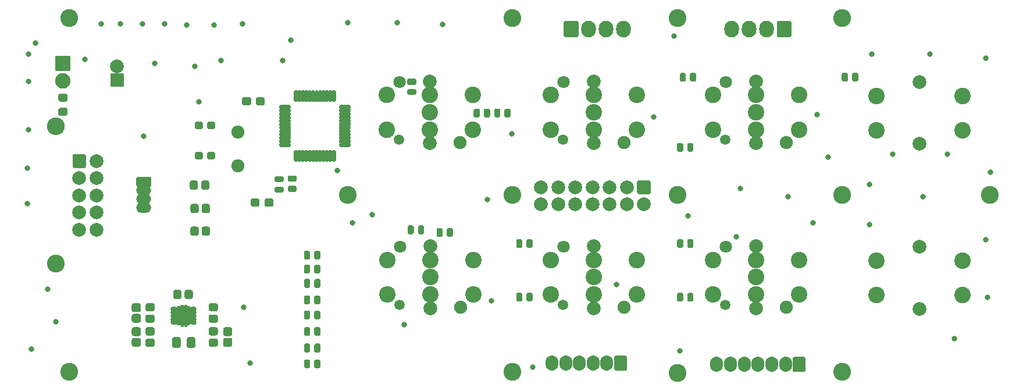
<source format=gbr>
%TF.GenerationSoftware,KiCad,Pcbnew,(5.1.10)-1*%
%TF.CreationDate,2022-09-03T16:46:32+05:30*%
%TF.ProjectId,ENC-nrf-301-02-REV05,454e432d-6e72-4662-9d33-30312d30322d,rev?*%
%TF.SameCoordinates,Original*%
%TF.FileFunction,Soldermask,Top*%
%TF.FilePolarity,Negative*%
%FSLAX46Y46*%
G04 Gerber Fmt 4.6, Leading zero omitted, Abs format (unit mm)*
G04 Created by KiCad (PCBNEW (5.1.10)-1) date 2022-09-03 16:46:32*
%MOMM*%
%LPD*%
G01*
G04 APERTURE LIST*
%ADD10C,0.100000*%
%ADD11O,0.999999X0.640000*%
%ADD12C,2.000000*%
%ADD13C,2.400000*%
%ADD14C,1.500000*%
%ADD15C,1.800000*%
%ADD16C,1.900000*%
%ADD17C,2.600000*%
%ADD18O,2.600000X2.600000*%
%ADD19O,2.200000X1.470000*%
%ADD20C,2.250000*%
%ADD21O,1.900000X2.200000*%
%ADD22O,2.127200X2.432000*%
%ADD23C,0.800000*%
G04 APERTURE END LIST*
D10*
%TO.C,IC1*%
G36*
X114664201Y-116650803D02*
G01*
X114995801Y-116650803D01*
X114995801Y-116149203D01*
X114664201Y-116149203D01*
X114664201Y-116650803D01*
G37*
X114664201Y-116650803D02*
X114995801Y-116650803D01*
X114995801Y-116149203D01*
X114664201Y-116149203D01*
X114664201Y-116650803D01*
G36*
X114495802Y-116149203D02*
G01*
X114164202Y-116149203D01*
X114164202Y-116650803D01*
X114495802Y-116650803D01*
X114495802Y-116149203D01*
G37*
X114495802Y-116149203D02*
X114164202Y-116149203D01*
X114164202Y-116650803D01*
X114495802Y-116650803D01*
X114495802Y-116149203D01*
G36*
X114495802Y-118749198D02*
G01*
X114164202Y-118749198D01*
X114164202Y-119250797D01*
X114495802Y-119250797D01*
X114495802Y-118749198D01*
G37*
X114495802Y-118749198D02*
X114164202Y-118749198D01*
X114164202Y-119250797D01*
X114495802Y-119250797D01*
X114495802Y-118749198D01*
G36*
X114664201Y-119250797D02*
G01*
X114995801Y-119250797D01*
X114995801Y-118749198D01*
X114664201Y-118749198D01*
X114664201Y-119250797D01*
G37*
X114664201Y-119250797D02*
X114995801Y-119250797D01*
X114995801Y-118749198D01*
X114664201Y-118749198D01*
X114664201Y-119250797D01*
G36*
X116280000Y-118900003D02*
G01*
X115680000Y-118900003D01*
X115680000Y-116500003D01*
X116280000Y-116500003D01*
X116280000Y-118900003D01*
G37*
X116280000Y-118900003D02*
X115680000Y-118900003D01*
X115680000Y-116500003D01*
X116280000Y-116500003D01*
X116280000Y-118900003D01*
G36*
X113480000Y-118900003D02*
G01*
X112880000Y-118900003D01*
X112880000Y-116500003D01*
X113480000Y-116500003D01*
X113480000Y-118900003D01*
G37*
X113480000Y-118900003D02*
X112880000Y-118900003D01*
X112880000Y-116500003D01*
X113480000Y-116500003D01*
X113480000Y-118900003D01*
%TD*%
%TO.C,R16*%
G36*
G01*
X117225000Y-105775000D02*
X117225000Y-105025000D01*
G75*
G02*
X117525000Y-104725000I300000J0D01*
G01*
X118125000Y-104725000D01*
G75*
G02*
X118425000Y-105025000I0J-300000D01*
G01*
X118425000Y-105775000D01*
G75*
G02*
X118125000Y-106075000I-300000J0D01*
G01*
X117525000Y-106075000D01*
G75*
G02*
X117225000Y-105775000I0J300000D01*
G01*
G37*
G36*
G01*
X115575000Y-105775000D02*
X115575000Y-105025000D01*
G75*
G02*
X115875000Y-104725000I300000J0D01*
G01*
X116475000Y-104725000D01*
G75*
G02*
X116775000Y-105025000I0J-300000D01*
G01*
X116775000Y-105775000D01*
G75*
G02*
X116475000Y-106075000I-300000J0D01*
G01*
X115875000Y-106075000D01*
G75*
G02*
X115575000Y-105775000I0J300000D01*
G01*
G37*
%TD*%
%TO.C,R15*%
G36*
G01*
X117225000Y-102475000D02*
X117225000Y-101725000D01*
G75*
G02*
X117525000Y-101425000I300000J0D01*
G01*
X118125000Y-101425000D01*
G75*
G02*
X118425000Y-101725000I0J-300000D01*
G01*
X118425000Y-102475000D01*
G75*
G02*
X118125000Y-102775000I-300000J0D01*
G01*
X117525000Y-102775000D01*
G75*
G02*
X117225000Y-102475000I0J300000D01*
G01*
G37*
G36*
G01*
X115575000Y-102475000D02*
X115575000Y-101725000D01*
G75*
G02*
X115875000Y-101425000I300000J0D01*
G01*
X116475000Y-101425000D01*
G75*
G02*
X116775000Y-101725000I0J-300000D01*
G01*
X116775000Y-102475000D01*
G75*
G02*
X116475000Y-102775000I-300000J0D01*
G01*
X115875000Y-102775000D01*
G75*
G02*
X115575000Y-102475000I0J300000D01*
G01*
G37*
%TD*%
%TO.C,R17*%
G36*
G01*
X117125000Y-99075000D02*
X117125000Y-98325000D01*
G75*
G02*
X117425000Y-98025000I300000J0D01*
G01*
X118025000Y-98025000D01*
G75*
G02*
X118325000Y-98325000I0J-300000D01*
G01*
X118325000Y-99075000D01*
G75*
G02*
X118025000Y-99375000I-300000J0D01*
G01*
X117425000Y-99375000D01*
G75*
G02*
X117125000Y-99075000I0J300000D01*
G01*
G37*
G36*
G01*
X115475000Y-99075000D02*
X115475000Y-98325000D01*
G75*
G02*
X115775000Y-98025000I300000J0D01*
G01*
X116375000Y-98025000D01*
G75*
G02*
X116675000Y-98325000I0J-300000D01*
G01*
X116675000Y-99075000D01*
G75*
G02*
X116375000Y-99375000I-300000J0D01*
G01*
X115775000Y-99375000D01*
G75*
G02*
X115475000Y-99075000I0J300000D01*
G01*
G37*
%TD*%
%TO.C,R30*%
G36*
G01*
X119275000Y-120575000D02*
X118525000Y-120575000D01*
G75*
G02*
X118225000Y-120275000I0J300000D01*
G01*
X118225000Y-119675000D01*
G75*
G02*
X118525000Y-119375000I300000J0D01*
G01*
X119275000Y-119375000D01*
G75*
G02*
X119575000Y-119675000I0J-300000D01*
G01*
X119575000Y-120275000D01*
G75*
G02*
X119275000Y-120575000I-300000J0D01*
G01*
G37*
G36*
G01*
X119275000Y-122225000D02*
X118525000Y-122225000D01*
G75*
G02*
X118225000Y-121925000I0J300000D01*
G01*
X118225000Y-121325000D01*
G75*
G02*
X118525000Y-121025000I300000J0D01*
G01*
X119275000Y-121025000D01*
G75*
G02*
X119575000Y-121325000I0J-300000D01*
G01*
X119575000Y-121925000D01*
G75*
G02*
X119275000Y-122225000I-300000J0D01*
G01*
G37*
%TD*%
%TO.C,R28*%
G36*
G01*
X109325000Y-117525000D02*
X110075000Y-117525000D01*
G75*
G02*
X110375000Y-117825000I0J-300000D01*
G01*
X110375000Y-118425000D01*
G75*
G02*
X110075000Y-118725000I-300000J0D01*
G01*
X109325000Y-118725000D01*
G75*
G02*
X109025000Y-118425000I0J300000D01*
G01*
X109025000Y-117825000D01*
G75*
G02*
X109325000Y-117525000I300000J0D01*
G01*
G37*
G36*
G01*
X109325000Y-115875000D02*
X110075000Y-115875000D01*
G75*
G02*
X110375000Y-116175000I0J-300000D01*
G01*
X110375000Y-116775000D01*
G75*
G02*
X110075000Y-117075000I-300000J0D01*
G01*
X109325000Y-117075000D01*
G75*
G02*
X109025000Y-116775000I0J300000D01*
G01*
X109025000Y-116175000D01*
G75*
G02*
X109325000Y-115875000I300000J0D01*
G01*
G37*
%TD*%
%TO.C,R29*%
G36*
G01*
X119275000Y-117075000D02*
X118525000Y-117075000D01*
G75*
G02*
X118225000Y-116775000I0J300000D01*
G01*
X118225000Y-116175000D01*
G75*
G02*
X118525000Y-115875000I300000J0D01*
G01*
X119275000Y-115875000D01*
G75*
G02*
X119575000Y-116175000I0J-300000D01*
G01*
X119575000Y-116775000D01*
G75*
G02*
X119275000Y-117075000I-300000J0D01*
G01*
G37*
G36*
G01*
X119275000Y-118725000D02*
X118525000Y-118725000D01*
G75*
G02*
X118225000Y-118425000I0J300000D01*
G01*
X118225000Y-117825000D01*
G75*
G02*
X118525000Y-117525000I300000J0D01*
G01*
X119275000Y-117525000D01*
G75*
G02*
X119575000Y-117825000I0J-300000D01*
G01*
X119575000Y-118425000D01*
G75*
G02*
X119275000Y-118725000I-300000J0D01*
G01*
G37*
%TD*%
%TO.C,R27*%
G36*
G01*
X110075000Y-120575000D02*
X109325000Y-120575000D01*
G75*
G02*
X109025000Y-120275000I0J300000D01*
G01*
X109025000Y-119675000D01*
G75*
G02*
X109325000Y-119375000I300000J0D01*
G01*
X110075000Y-119375000D01*
G75*
G02*
X110375000Y-119675000I0J-300000D01*
G01*
X110375000Y-120275000D01*
G75*
G02*
X110075000Y-120575000I-300000J0D01*
G01*
G37*
G36*
G01*
X110075000Y-122225000D02*
X109325000Y-122225000D01*
G75*
G02*
X109025000Y-121925000I0J300000D01*
G01*
X109025000Y-121325000D01*
G75*
G02*
X109325000Y-121025000I300000J0D01*
G01*
X110075000Y-121025000D01*
G75*
G02*
X110375000Y-121325000I0J-300000D01*
G01*
X110375000Y-121925000D01*
G75*
G02*
X110075000Y-122225000I-300000J0D01*
G01*
G37*
%TD*%
%TO.C,C5*%
G36*
G01*
X121350000Y-120675000D02*
X120650000Y-120675000D01*
G75*
G02*
X120325000Y-120350000I0J325000D01*
G01*
X120325000Y-119700000D01*
G75*
G02*
X120650000Y-119375000I325000J0D01*
G01*
X121350000Y-119375000D01*
G75*
G02*
X121675000Y-119700000I0J-325000D01*
G01*
X121675000Y-120350000D01*
G75*
G02*
X121350000Y-120675000I-325000J0D01*
G01*
G37*
G36*
G01*
X121350000Y-122225000D02*
X120650000Y-122225000D01*
G75*
G02*
X120325000Y-121900000I0J325000D01*
G01*
X120325000Y-121250000D01*
G75*
G02*
X120650000Y-120925000I325000J0D01*
G01*
X121350000Y-120925000D01*
G75*
G02*
X121675000Y-121250000I0J-325000D01*
G01*
X121675000Y-121900000D01*
G75*
G02*
X121350000Y-122225000I-325000J0D01*
G01*
G37*
%TD*%
%TO.C,R26*%
G36*
G01*
X114725000Y-114975000D02*
X114725000Y-114225000D01*
G75*
G02*
X115025000Y-113925000I300000J0D01*
G01*
X115625000Y-113925000D01*
G75*
G02*
X115925000Y-114225000I0J-300000D01*
G01*
X115925000Y-114975000D01*
G75*
G02*
X115625000Y-115275000I-300000J0D01*
G01*
X115025000Y-115275000D01*
G75*
G02*
X114725000Y-114975000I0J300000D01*
G01*
G37*
G36*
G01*
X113075000Y-114975000D02*
X113075000Y-114225000D01*
G75*
G02*
X113375000Y-113925000I300000J0D01*
G01*
X113975000Y-113925000D01*
G75*
G02*
X114275000Y-114225000I0J-300000D01*
G01*
X114275000Y-114975000D01*
G75*
G02*
X113975000Y-115275000I-300000J0D01*
G01*
X113375000Y-115275000D01*
G75*
G02*
X113075000Y-114975000I0J300000D01*
G01*
G37*
%TD*%
%TO.C,C4*%
G36*
G01*
X107350000Y-117425000D02*
X108050000Y-117425000D01*
G75*
G02*
X108375000Y-117750000I0J-325000D01*
G01*
X108375000Y-118400000D01*
G75*
G02*
X108050000Y-118725000I-325000J0D01*
G01*
X107350000Y-118725000D01*
G75*
G02*
X107025000Y-118400000I0J325000D01*
G01*
X107025000Y-117750000D01*
G75*
G02*
X107350000Y-117425000I325000J0D01*
G01*
G37*
G36*
G01*
X107350000Y-115875000D02*
X108050000Y-115875000D01*
G75*
G02*
X108375000Y-116200000I0J-325000D01*
G01*
X108375000Y-116850000D01*
G75*
G02*
X108050000Y-117175000I-325000J0D01*
G01*
X107350000Y-117175000D01*
G75*
G02*
X107025000Y-116850000I0J325000D01*
G01*
X107025000Y-116200000D01*
G75*
G02*
X107350000Y-115875000I325000J0D01*
G01*
G37*
%TD*%
%TO.C,C3*%
G36*
G01*
X108050000Y-120675000D02*
X107350000Y-120675000D01*
G75*
G02*
X107025000Y-120350000I0J325000D01*
G01*
X107025000Y-119700000D01*
G75*
G02*
X107350000Y-119375000I325000J0D01*
G01*
X108050000Y-119375000D01*
G75*
G02*
X108375000Y-119700000I0J-325000D01*
G01*
X108375000Y-120350000D01*
G75*
G02*
X108050000Y-120675000I-325000J0D01*
G01*
G37*
G36*
G01*
X108050000Y-122225000D02*
X107350000Y-122225000D01*
G75*
G02*
X107025000Y-121900000I0J325000D01*
G01*
X107025000Y-121250000D01*
G75*
G02*
X107350000Y-120925000I325000J0D01*
G01*
X108050000Y-120925000D01*
G75*
G02*
X108375000Y-121250000I0J-325000D01*
G01*
X108375000Y-121900000D01*
G75*
G02*
X108050000Y-122225000I-325000J0D01*
G01*
G37*
%TD*%
D11*
%TO.C,IC1*%
X113180000Y-116700002D03*
X113180000Y-117200001D03*
X113180000Y-117700003D03*
X113180000Y-118200002D03*
X113180000Y-118700001D03*
X115980000Y-118700001D03*
X115980000Y-118200002D03*
X115980000Y-117700003D03*
X115980000Y-117200001D03*
X115980000Y-116700002D03*
G36*
G01*
X113555004Y-118900003D02*
X113555004Y-116500003D01*
G75*
G02*
X113755004Y-116300003I200000J0D01*
G01*
X115405002Y-116300003D01*
G75*
G02*
X115605002Y-116500003I0J-200000D01*
G01*
X115605002Y-118900003D01*
G75*
G02*
X115405002Y-119100003I-200000J0D01*
G01*
X113755004Y-119100003D01*
G75*
G02*
X113555004Y-118900003I0J200000D01*
G01*
G37*
%TD*%
D12*
%TO.C,SW12*%
X150500000Y-116600000D03*
D13*
X144250000Y-109600000D03*
D12*
X150500000Y-107600000D03*
D13*
X156750000Y-114600000D03*
X144250000Y-114600000D03*
X156750000Y-109600000D03*
%TD*%
D12*
%TO.C,SW9*%
X150400000Y-92600000D03*
D13*
X144150000Y-85600000D03*
D12*
X150400000Y-83600000D03*
D13*
X156650000Y-90600000D03*
X144150000Y-90600000D03*
X156650000Y-85600000D03*
%TD*%
D12*
%TO.C,SW8*%
X174300000Y-116600000D03*
D13*
X168050000Y-109600000D03*
D12*
X174300000Y-107600000D03*
D13*
X180550000Y-114600000D03*
X168050000Y-114600000D03*
X180550000Y-109600000D03*
%TD*%
D12*
%TO.C,SW21*%
X174300000Y-92600000D03*
D13*
X180550000Y-85600000D03*
D12*
X174300000Y-83600000D03*
D13*
X168050000Y-90600000D03*
X180550000Y-90600000D03*
X168050000Y-85600000D03*
%TD*%
D12*
%TO.C,SW1*%
X197900000Y-92600000D03*
D13*
X191650000Y-85600000D03*
D12*
X197900000Y-83600000D03*
D13*
X204150000Y-90600000D03*
X191650000Y-90600000D03*
X204150000Y-85600000D03*
%TD*%
D12*
%TO.C,SW4*%
X197900000Y-116600000D03*
D13*
X191650000Y-109600000D03*
D12*
X197900000Y-107600000D03*
D13*
X204150000Y-114600000D03*
X191650000Y-114600000D03*
X204150000Y-109600000D03*
%TD*%
D12*
%TO.C,SW22*%
X221700000Y-116700000D03*
D13*
X227950000Y-109700000D03*
D12*
X221700000Y-107700000D03*
D13*
X215450000Y-114700000D03*
X227950000Y-114700000D03*
X215450000Y-109700000D03*
%TD*%
D12*
%TO.C,SW6*%
X221700000Y-92700000D03*
D13*
X215450000Y-85700000D03*
D12*
X221700000Y-83700000D03*
D13*
X227950000Y-90700000D03*
X215450000Y-90700000D03*
X227950000Y-85700000D03*
%TD*%
D14*
%TO.C,SW10*%
X145900000Y-92100000D03*
D15*
X146000000Y-83700000D03*
D16*
X154800000Y-92500000D03*
D13*
X150400000Y-85600000D03*
X150400000Y-90600000D03*
X150400000Y-88100000D03*
%TD*%
D14*
%TO.C,SW11*%
X146000000Y-116100000D03*
D15*
X146100000Y-107700000D03*
D16*
X154900000Y-116500000D03*
D13*
X150500000Y-109600000D03*
X150500000Y-114600000D03*
X150500000Y-112100000D03*
%TD*%
D14*
%TO.C,SW5*%
X169800000Y-92100000D03*
D15*
X169900000Y-83700000D03*
D16*
X178700000Y-92500000D03*
D13*
X174300000Y-85600000D03*
X174300000Y-90600000D03*
X174300000Y-88100000D03*
%TD*%
D14*
%TO.C,SW7*%
X169800000Y-116100000D03*
D15*
X169900000Y-107700000D03*
D16*
X178700000Y-116500000D03*
D13*
X174300000Y-109600000D03*
X174300000Y-114600000D03*
X174300000Y-112100000D03*
%TD*%
D14*
%TO.C,SW2*%
X193400000Y-92100000D03*
D15*
X193500000Y-83700000D03*
D16*
X202300000Y-92500000D03*
D13*
X197900000Y-85600000D03*
X197900000Y-90600000D03*
X197900000Y-88100000D03*
%TD*%
D14*
%TO.C,SW3*%
X193400000Y-116100000D03*
D15*
X193500000Y-107700000D03*
D16*
X202300000Y-116500000D03*
D13*
X197900000Y-109600000D03*
X197900000Y-114600000D03*
X197900000Y-112100000D03*
%TD*%
D17*
%TO.C,SW_e1*%
X96000000Y-110100000D03*
D18*
X96000000Y-90100000D03*
%TD*%
%TO.C,D14*%
G36*
G01*
X107900000Y-97465000D02*
X109700000Y-97465000D01*
G75*
G02*
X109900000Y-97665000I0J-200000D01*
G01*
X109900000Y-98735000D01*
G75*
G02*
X109700000Y-98935000I-200000J0D01*
G01*
X107900000Y-98935000D01*
G75*
G02*
X107700000Y-98735000I0J200000D01*
G01*
X107700000Y-97665000D01*
G75*
G02*
X107900000Y-97465000I200000J0D01*
G01*
G37*
D19*
X108800000Y-99470000D03*
X108800000Y-100740000D03*
X108800000Y-102010000D03*
%TD*%
D17*
%TO.C,*%
X138450000Y-100150000D03*
%TD*%
%TO.C,R7*%
G36*
G01*
X147350000Y-83200000D02*
X148250000Y-83200000D01*
G75*
G02*
X148450000Y-83400000I0J-200000D01*
G01*
X148450000Y-83900000D01*
G75*
G02*
X148250000Y-84100000I-200000J0D01*
G01*
X147350000Y-84100000D01*
G75*
G02*
X147150000Y-83900000I0J200000D01*
G01*
X147150000Y-83400000D01*
G75*
G02*
X147350000Y-83200000I200000J0D01*
G01*
G37*
G36*
G01*
X147350000Y-84700000D02*
X148250000Y-84700000D01*
G75*
G02*
X148450000Y-84900000I0J-200000D01*
G01*
X148450000Y-85400000D01*
G75*
G02*
X148250000Y-85600000I-200000J0D01*
G01*
X147350000Y-85600000D01*
G75*
G02*
X147150000Y-85400000I0J200000D01*
G01*
X147150000Y-84900000D01*
G75*
G02*
X147350000Y-84700000I200000J0D01*
G01*
G37*
%TD*%
%TO.C,J1*%
G36*
G01*
X98600000Y-94200000D02*
X100200000Y-94200000D01*
G75*
G02*
X100400000Y-94400000I0J-200000D01*
G01*
X100400000Y-96000000D01*
G75*
G02*
X100200000Y-96200000I-200000J0D01*
G01*
X98600000Y-96200000D01*
G75*
G02*
X98400000Y-96000000I0J200000D01*
G01*
X98400000Y-94400000D01*
G75*
G02*
X98600000Y-94200000I200000J0D01*
G01*
G37*
D12*
X99400000Y-97700000D03*
X99400000Y-100200000D03*
X99400000Y-102700000D03*
X99400000Y-105200000D03*
X101900000Y-95200000D03*
X101900000Y-97700000D03*
X101900000Y-100200000D03*
X101900000Y-102700000D03*
X101900000Y-105200000D03*
%TD*%
%TO.C,C6*%
G36*
G01*
X125650000Y-100850000D02*
X125650000Y-101650000D01*
G75*
G02*
X125450000Y-101850000I-200000J0D01*
G01*
X124550000Y-101850000D01*
G75*
G02*
X124350000Y-101650000I0J200000D01*
G01*
X124350000Y-100850000D01*
G75*
G02*
X124550000Y-100650000I200000J0D01*
G01*
X125450000Y-100650000D01*
G75*
G02*
X125650000Y-100850000I0J-200000D01*
G01*
G37*
G36*
G01*
X127650000Y-100850000D02*
X127650000Y-101650000D01*
G75*
G02*
X127450000Y-101850000I-200000J0D01*
G01*
X126550000Y-101850000D01*
G75*
G02*
X126350000Y-101650000I0J200000D01*
G01*
X126350000Y-100850000D01*
G75*
G02*
X126550000Y-100650000I200000J0D01*
G01*
X127450000Y-100650000D01*
G75*
G02*
X127650000Y-100850000I0J-200000D01*
G01*
G37*
%TD*%
%TO.C,C7*%
G36*
G01*
X124400000Y-86100000D02*
X124400000Y-86900000D01*
G75*
G02*
X124200000Y-87100000I-200000J0D01*
G01*
X123300000Y-87100000D01*
G75*
G02*
X123100000Y-86900000I0J200000D01*
G01*
X123100000Y-86100000D01*
G75*
G02*
X123300000Y-85900000I200000J0D01*
G01*
X124200000Y-85900000D01*
G75*
G02*
X124400000Y-86100000I0J-200000D01*
G01*
G37*
G36*
G01*
X126400000Y-86100000D02*
X126400000Y-86900000D01*
G75*
G02*
X126200000Y-87100000I-200000J0D01*
G01*
X125300000Y-87100000D01*
G75*
G02*
X125100000Y-86900000I0J200000D01*
G01*
X125100000Y-86100000D01*
G75*
G02*
X125300000Y-85900000I200000J0D01*
G01*
X126200000Y-85900000D01*
G75*
G02*
X126400000Y-86100000I0J-200000D01*
G01*
G37*
%TD*%
D16*
%TO.C,Y1*%
X122500000Y-91000000D03*
X122500000Y-95880000D03*
%TD*%
D17*
%TO.C,*%
X97950000Y-74400000D03*
%TD*%
%TO.C,*%
X97950000Y-125900000D03*
%TD*%
%TO.C,*%
X162450000Y-74400000D03*
%TD*%
%TO.C,*%
X186450000Y-74400000D03*
%TD*%
%TO.C,*%
X210450000Y-74400000D03*
%TD*%
%TO.C,*%
X162450000Y-125900000D03*
%TD*%
%TO.C,*%
X186450000Y-126000000D03*
%TD*%
%TO.C,*%
X210450000Y-125900000D03*
%TD*%
%TO.C,*%
X231950000Y-100150000D03*
%TD*%
%TO.C,*%
X210450000Y-100150000D03*
%TD*%
%TO.C,*%
X186450000Y-100150000D03*
%TD*%
%TO.C,J2*%
G36*
G01*
X182600000Y-98200000D02*
X182600000Y-99800000D01*
G75*
G02*
X182400000Y-100000000I-200000J0D01*
G01*
X180800000Y-100000000D01*
G75*
G02*
X180600000Y-99800000I0J200000D01*
G01*
X180600000Y-98200000D01*
G75*
G02*
X180800000Y-98000000I200000J0D01*
G01*
X182400000Y-98000000D01*
G75*
G02*
X182600000Y-98200000I0J-200000D01*
G01*
G37*
D12*
X179100000Y-99000000D03*
X176600000Y-99000000D03*
X174100000Y-99000000D03*
X171600000Y-99000000D03*
X169100000Y-99000000D03*
X166600000Y-99000000D03*
X181600000Y-101500000D03*
X179100000Y-101500000D03*
X176600000Y-101500000D03*
X174100000Y-101500000D03*
X171600000Y-101500000D03*
X169100000Y-101500000D03*
X166600000Y-101500000D03*
%TD*%
%TO.C,R8*%
G36*
G01*
X165400000Y-106750000D02*
X165400000Y-107650000D01*
G75*
G02*
X165200000Y-107850000I-200000J0D01*
G01*
X164700000Y-107850000D01*
G75*
G02*
X164500000Y-107650000I0J200000D01*
G01*
X164500000Y-106750000D01*
G75*
G02*
X164700000Y-106550000I200000J0D01*
G01*
X165200000Y-106550000D01*
G75*
G02*
X165400000Y-106750000I0J-200000D01*
G01*
G37*
G36*
G01*
X163900000Y-106750000D02*
X163900000Y-107650000D01*
G75*
G02*
X163700000Y-107850000I-200000J0D01*
G01*
X163200000Y-107850000D01*
G75*
G02*
X163000000Y-107650000I0J200000D01*
G01*
X163000000Y-106750000D01*
G75*
G02*
X163200000Y-106550000I200000J0D01*
G01*
X163700000Y-106550000D01*
G75*
G02*
X163900000Y-106750000I0J-200000D01*
G01*
G37*
%TD*%
%TO.C,R9*%
G36*
G01*
X159200000Y-87750000D02*
X159200000Y-88650000D01*
G75*
G02*
X159000000Y-88850000I-200000J0D01*
G01*
X158500000Y-88850000D01*
G75*
G02*
X158300000Y-88650000I0J200000D01*
G01*
X158300000Y-87750000D01*
G75*
G02*
X158500000Y-87550000I200000J0D01*
G01*
X159000000Y-87550000D01*
G75*
G02*
X159200000Y-87750000I0J-200000D01*
G01*
G37*
G36*
G01*
X157700000Y-87750000D02*
X157700000Y-88650000D01*
G75*
G02*
X157500000Y-88850000I-200000J0D01*
G01*
X157000000Y-88850000D01*
G75*
G02*
X156800000Y-88650000I0J200000D01*
G01*
X156800000Y-87750000D01*
G75*
G02*
X157000000Y-87550000I200000J0D01*
G01*
X157500000Y-87550000D01*
G75*
G02*
X157700000Y-87750000I0J-200000D01*
G01*
G37*
%TD*%
%TO.C,R10*%
G36*
G01*
X149600000Y-104750000D02*
X149600000Y-105650000D01*
G75*
G02*
X149400000Y-105850000I-200000J0D01*
G01*
X148900000Y-105850000D01*
G75*
G02*
X148700000Y-105650000I0J200000D01*
G01*
X148700000Y-104750000D01*
G75*
G02*
X148900000Y-104550000I200000J0D01*
G01*
X149400000Y-104550000D01*
G75*
G02*
X149600000Y-104750000I0J-200000D01*
G01*
G37*
G36*
G01*
X148100000Y-104750000D02*
X148100000Y-105650000D01*
G75*
G02*
X147900000Y-105850000I-200000J0D01*
G01*
X147400000Y-105850000D01*
G75*
G02*
X147200000Y-105650000I0J200000D01*
G01*
X147200000Y-104750000D01*
G75*
G02*
X147400000Y-104550000I200000J0D01*
G01*
X147900000Y-104550000D01*
G75*
G02*
X148100000Y-104750000I0J-200000D01*
G01*
G37*
%TD*%
%TO.C,R11*%
G36*
G01*
X188800000Y-92750000D02*
X188800000Y-93650000D01*
G75*
G02*
X188600000Y-93850000I-200000J0D01*
G01*
X188100000Y-93850000D01*
G75*
G02*
X187900000Y-93650000I0J200000D01*
G01*
X187900000Y-92750000D01*
G75*
G02*
X188100000Y-92550000I200000J0D01*
G01*
X188600000Y-92550000D01*
G75*
G02*
X188800000Y-92750000I0J-200000D01*
G01*
G37*
G36*
G01*
X187300000Y-92750000D02*
X187300000Y-93650000D01*
G75*
G02*
X187100000Y-93850000I-200000J0D01*
G01*
X186600000Y-93850000D01*
G75*
G02*
X186400000Y-93650000I0J200000D01*
G01*
X186400000Y-92750000D01*
G75*
G02*
X186600000Y-92550000I200000J0D01*
G01*
X187100000Y-92550000D01*
G75*
G02*
X187300000Y-92750000I0J-200000D01*
G01*
G37*
%TD*%
%TO.C,R12*%
G36*
G01*
X188800000Y-114550000D02*
X188800000Y-115450000D01*
G75*
G02*
X188600000Y-115650000I-200000J0D01*
G01*
X188100000Y-115650000D01*
G75*
G02*
X187900000Y-115450000I0J200000D01*
G01*
X187900000Y-114550000D01*
G75*
G02*
X188100000Y-114350000I200000J0D01*
G01*
X188600000Y-114350000D01*
G75*
G02*
X188800000Y-114550000I0J-200000D01*
G01*
G37*
G36*
G01*
X187300000Y-114550000D02*
X187300000Y-115450000D01*
G75*
G02*
X187100000Y-115650000I-200000J0D01*
G01*
X186600000Y-115650000D01*
G75*
G02*
X186400000Y-115450000I0J200000D01*
G01*
X186400000Y-114550000D01*
G75*
G02*
X186600000Y-114350000I200000J0D01*
G01*
X187100000Y-114350000D01*
G75*
G02*
X187300000Y-114550000I0J-200000D01*
G01*
G37*
%TD*%
%TO.C,R13*%
G36*
G01*
X188800000Y-106750000D02*
X188800000Y-107650000D01*
G75*
G02*
X188600000Y-107850000I-200000J0D01*
G01*
X188100000Y-107850000D01*
G75*
G02*
X187900000Y-107650000I0J200000D01*
G01*
X187900000Y-106750000D01*
G75*
G02*
X188100000Y-106550000I200000J0D01*
G01*
X188600000Y-106550000D01*
G75*
G02*
X188800000Y-106750000I0J-200000D01*
G01*
G37*
G36*
G01*
X187300000Y-106750000D02*
X187300000Y-107650000D01*
G75*
G02*
X187100000Y-107850000I-200000J0D01*
G01*
X186600000Y-107850000D01*
G75*
G02*
X186400000Y-107650000I0J200000D01*
G01*
X186400000Y-106750000D01*
G75*
G02*
X186600000Y-106550000I200000J0D01*
G01*
X187100000Y-106550000D01*
G75*
G02*
X187300000Y-106750000I0J-200000D01*
G01*
G37*
%TD*%
%TO.C,R14*%
G36*
G01*
X151400000Y-106050000D02*
X151400000Y-105150000D01*
G75*
G02*
X151600000Y-104950000I200000J0D01*
G01*
X152100000Y-104950000D01*
G75*
G02*
X152300000Y-105150000I0J-200000D01*
G01*
X152300000Y-106050000D01*
G75*
G02*
X152100000Y-106250000I-200000J0D01*
G01*
X151600000Y-106250000D01*
G75*
G02*
X151400000Y-106050000I0J200000D01*
G01*
G37*
G36*
G01*
X152900000Y-106050000D02*
X152900000Y-105150000D01*
G75*
G02*
X153100000Y-104950000I200000J0D01*
G01*
X153600000Y-104950000D01*
G75*
G02*
X153800000Y-105150000I0J-200000D01*
G01*
X153800000Y-106050000D01*
G75*
G02*
X153600000Y-106250000I-200000J0D01*
G01*
X153100000Y-106250000D01*
G75*
G02*
X152900000Y-106050000I0J200000D01*
G01*
G37*
%TD*%
%TO.C,R18*%
G36*
G01*
X132100000Y-111350000D02*
X132100000Y-110450000D01*
G75*
G02*
X132300000Y-110250000I200000J0D01*
G01*
X132800000Y-110250000D01*
G75*
G02*
X133000000Y-110450000I0J-200000D01*
G01*
X133000000Y-111350000D01*
G75*
G02*
X132800000Y-111550000I-200000J0D01*
G01*
X132300000Y-111550000D01*
G75*
G02*
X132100000Y-111350000I0J200000D01*
G01*
G37*
G36*
G01*
X133600000Y-111350000D02*
X133600000Y-110450000D01*
G75*
G02*
X133800000Y-110250000I200000J0D01*
G01*
X134300000Y-110250000D01*
G75*
G02*
X134500000Y-110450000I0J-200000D01*
G01*
X134500000Y-111350000D01*
G75*
G02*
X134300000Y-111550000I-200000J0D01*
G01*
X133800000Y-111550000D01*
G75*
G02*
X133600000Y-111350000I0J200000D01*
G01*
G37*
%TD*%
%TO.C,R19*%
G36*
G01*
X132100000Y-109350000D02*
X132100000Y-108450000D01*
G75*
G02*
X132300000Y-108250000I200000J0D01*
G01*
X132800000Y-108250000D01*
G75*
G02*
X133000000Y-108450000I0J-200000D01*
G01*
X133000000Y-109350000D01*
G75*
G02*
X132800000Y-109550000I-200000J0D01*
G01*
X132300000Y-109550000D01*
G75*
G02*
X132100000Y-109350000I0J200000D01*
G01*
G37*
G36*
G01*
X133600000Y-109350000D02*
X133600000Y-108450000D01*
G75*
G02*
X133800000Y-108250000I200000J0D01*
G01*
X134300000Y-108250000D01*
G75*
G02*
X134500000Y-108450000I0J-200000D01*
G01*
X134500000Y-109350000D01*
G75*
G02*
X134300000Y-109550000I-200000J0D01*
G01*
X133800000Y-109550000D01*
G75*
G02*
X133600000Y-109350000I0J200000D01*
G01*
G37*
%TD*%
%TO.C,R20*%
G36*
G01*
X132100000Y-120450000D02*
X132100000Y-119550000D01*
G75*
G02*
X132300000Y-119350000I200000J0D01*
G01*
X132800000Y-119350000D01*
G75*
G02*
X133000000Y-119550000I0J-200000D01*
G01*
X133000000Y-120450000D01*
G75*
G02*
X132800000Y-120650000I-200000J0D01*
G01*
X132300000Y-120650000D01*
G75*
G02*
X132100000Y-120450000I0J200000D01*
G01*
G37*
G36*
G01*
X133600000Y-120450000D02*
X133600000Y-119550000D01*
G75*
G02*
X133800000Y-119350000I200000J0D01*
G01*
X134300000Y-119350000D01*
G75*
G02*
X134500000Y-119550000I0J-200000D01*
G01*
X134500000Y-120450000D01*
G75*
G02*
X134300000Y-120650000I-200000J0D01*
G01*
X133800000Y-120650000D01*
G75*
G02*
X133600000Y-120450000I0J200000D01*
G01*
G37*
%TD*%
%TO.C,R21*%
G36*
G01*
X132100000Y-125150000D02*
X132100000Y-124250000D01*
G75*
G02*
X132300000Y-124050000I200000J0D01*
G01*
X132800000Y-124050000D01*
G75*
G02*
X133000000Y-124250000I0J-200000D01*
G01*
X133000000Y-125150000D01*
G75*
G02*
X132800000Y-125350000I-200000J0D01*
G01*
X132300000Y-125350000D01*
G75*
G02*
X132100000Y-125150000I0J200000D01*
G01*
G37*
G36*
G01*
X133600000Y-125150000D02*
X133600000Y-124250000D01*
G75*
G02*
X133800000Y-124050000I200000J0D01*
G01*
X134300000Y-124050000D01*
G75*
G02*
X134500000Y-124250000I0J-200000D01*
G01*
X134500000Y-125150000D01*
G75*
G02*
X134300000Y-125350000I-200000J0D01*
G01*
X133800000Y-125350000D01*
G75*
G02*
X133600000Y-125150000I0J200000D01*
G01*
G37*
%TD*%
%TO.C,R22*%
G36*
G01*
X132100000Y-122850000D02*
X132100000Y-121950000D01*
G75*
G02*
X132300000Y-121750000I200000J0D01*
G01*
X132800000Y-121750000D01*
G75*
G02*
X133000000Y-121950000I0J-200000D01*
G01*
X133000000Y-122850000D01*
G75*
G02*
X132800000Y-123050000I-200000J0D01*
G01*
X132300000Y-123050000D01*
G75*
G02*
X132100000Y-122850000I0J200000D01*
G01*
G37*
G36*
G01*
X133600000Y-122850000D02*
X133600000Y-121950000D01*
G75*
G02*
X133800000Y-121750000I200000J0D01*
G01*
X134300000Y-121750000D01*
G75*
G02*
X134500000Y-121950000I0J-200000D01*
G01*
X134500000Y-122850000D01*
G75*
G02*
X134300000Y-123050000I-200000J0D01*
G01*
X133800000Y-123050000D01*
G75*
G02*
X133600000Y-122850000I0J200000D01*
G01*
G37*
%TD*%
%TO.C,R23*%
G36*
G01*
X132100000Y-113450000D02*
X132100000Y-112550000D01*
G75*
G02*
X132300000Y-112350000I200000J0D01*
G01*
X132800000Y-112350000D01*
G75*
G02*
X133000000Y-112550000I0J-200000D01*
G01*
X133000000Y-113450000D01*
G75*
G02*
X132800000Y-113650000I-200000J0D01*
G01*
X132300000Y-113650000D01*
G75*
G02*
X132100000Y-113450000I0J200000D01*
G01*
G37*
G36*
G01*
X133600000Y-113450000D02*
X133600000Y-112550000D01*
G75*
G02*
X133800000Y-112350000I200000J0D01*
G01*
X134300000Y-112350000D01*
G75*
G02*
X134500000Y-112550000I0J-200000D01*
G01*
X134500000Y-113450000D01*
G75*
G02*
X134300000Y-113650000I-200000J0D01*
G01*
X133800000Y-113650000D01*
G75*
G02*
X133600000Y-113450000I0J200000D01*
G01*
G37*
%TD*%
%TO.C,R24*%
G36*
G01*
X132100000Y-115850000D02*
X132100000Y-114950000D01*
G75*
G02*
X132300000Y-114750000I200000J0D01*
G01*
X132800000Y-114750000D01*
G75*
G02*
X133000000Y-114950000I0J-200000D01*
G01*
X133000000Y-115850000D01*
G75*
G02*
X132800000Y-116050000I-200000J0D01*
G01*
X132300000Y-116050000D01*
G75*
G02*
X132100000Y-115850000I0J200000D01*
G01*
G37*
G36*
G01*
X133600000Y-115850000D02*
X133600000Y-114950000D01*
G75*
G02*
X133800000Y-114750000I200000J0D01*
G01*
X134300000Y-114750000D01*
G75*
G02*
X134500000Y-114950000I0J-200000D01*
G01*
X134500000Y-115850000D01*
G75*
G02*
X134300000Y-116050000I-200000J0D01*
G01*
X133800000Y-116050000D01*
G75*
G02*
X133600000Y-115850000I0J200000D01*
G01*
G37*
%TD*%
%TO.C,R25*%
G36*
G01*
X132100000Y-118050000D02*
X132100000Y-117150000D01*
G75*
G02*
X132300000Y-116950000I200000J0D01*
G01*
X132800000Y-116950000D01*
G75*
G02*
X133000000Y-117150000I0J-200000D01*
G01*
X133000000Y-118050000D01*
G75*
G02*
X132800000Y-118250000I-200000J0D01*
G01*
X132300000Y-118250000D01*
G75*
G02*
X132100000Y-118050000I0J200000D01*
G01*
G37*
G36*
G01*
X133600000Y-118050000D02*
X133600000Y-117150000D01*
G75*
G02*
X133800000Y-116950000I200000J0D01*
G01*
X134300000Y-116950000D01*
G75*
G02*
X134500000Y-117150000I0J-200000D01*
G01*
X134500000Y-118050000D01*
G75*
G02*
X134300000Y-118250000I-200000J0D01*
G01*
X133800000Y-118250000D01*
G75*
G02*
X133600000Y-118050000I0J200000D01*
G01*
G37*
%TD*%
%TO.C,U2*%
G36*
G01*
X128500000Y-87475000D02*
X128500000Y-87225000D01*
G75*
G02*
X128700000Y-87025000I200000J0D01*
G01*
X130000000Y-87025000D01*
G75*
G02*
X130200000Y-87225000I0J-200000D01*
G01*
X130200000Y-87475000D01*
G75*
G02*
X130000000Y-87675000I-200000J0D01*
G01*
X128700000Y-87675000D01*
G75*
G02*
X128500000Y-87475000I0J200000D01*
G01*
G37*
G36*
G01*
X128500000Y-87975000D02*
X128500000Y-87725000D01*
G75*
G02*
X128700000Y-87525000I200000J0D01*
G01*
X130000000Y-87525000D01*
G75*
G02*
X130200000Y-87725000I0J-200000D01*
G01*
X130200000Y-87975000D01*
G75*
G02*
X130000000Y-88175000I-200000J0D01*
G01*
X128700000Y-88175000D01*
G75*
G02*
X128500000Y-87975000I0J200000D01*
G01*
G37*
G36*
G01*
X128500000Y-88475000D02*
X128500000Y-88225000D01*
G75*
G02*
X128700000Y-88025000I200000J0D01*
G01*
X130000000Y-88025000D01*
G75*
G02*
X130200000Y-88225000I0J-200000D01*
G01*
X130200000Y-88475000D01*
G75*
G02*
X130000000Y-88675000I-200000J0D01*
G01*
X128700000Y-88675000D01*
G75*
G02*
X128500000Y-88475000I0J200000D01*
G01*
G37*
G36*
G01*
X128500000Y-88975000D02*
X128500000Y-88725000D01*
G75*
G02*
X128700000Y-88525000I200000J0D01*
G01*
X130000000Y-88525000D01*
G75*
G02*
X130200000Y-88725000I0J-200000D01*
G01*
X130200000Y-88975000D01*
G75*
G02*
X130000000Y-89175000I-200000J0D01*
G01*
X128700000Y-89175000D01*
G75*
G02*
X128500000Y-88975000I0J200000D01*
G01*
G37*
G36*
G01*
X128500000Y-89475000D02*
X128500000Y-89225000D01*
G75*
G02*
X128700000Y-89025000I200000J0D01*
G01*
X130000000Y-89025000D01*
G75*
G02*
X130200000Y-89225000I0J-200000D01*
G01*
X130200000Y-89475000D01*
G75*
G02*
X130000000Y-89675000I-200000J0D01*
G01*
X128700000Y-89675000D01*
G75*
G02*
X128500000Y-89475000I0J200000D01*
G01*
G37*
G36*
G01*
X128500000Y-89975000D02*
X128500000Y-89725000D01*
G75*
G02*
X128700000Y-89525000I200000J0D01*
G01*
X130000000Y-89525000D01*
G75*
G02*
X130200000Y-89725000I0J-200000D01*
G01*
X130200000Y-89975000D01*
G75*
G02*
X130000000Y-90175000I-200000J0D01*
G01*
X128700000Y-90175000D01*
G75*
G02*
X128500000Y-89975000I0J200000D01*
G01*
G37*
G36*
G01*
X128500000Y-90475000D02*
X128500000Y-90225000D01*
G75*
G02*
X128700000Y-90025000I200000J0D01*
G01*
X130000000Y-90025000D01*
G75*
G02*
X130200000Y-90225000I0J-200000D01*
G01*
X130200000Y-90475000D01*
G75*
G02*
X130000000Y-90675000I-200000J0D01*
G01*
X128700000Y-90675000D01*
G75*
G02*
X128500000Y-90475000I0J200000D01*
G01*
G37*
G36*
G01*
X128500000Y-90975000D02*
X128500000Y-90725000D01*
G75*
G02*
X128700000Y-90525000I200000J0D01*
G01*
X130000000Y-90525000D01*
G75*
G02*
X130200000Y-90725000I0J-200000D01*
G01*
X130200000Y-90975000D01*
G75*
G02*
X130000000Y-91175000I-200000J0D01*
G01*
X128700000Y-91175000D01*
G75*
G02*
X128500000Y-90975000I0J200000D01*
G01*
G37*
G36*
G01*
X128500000Y-91475000D02*
X128500000Y-91225000D01*
G75*
G02*
X128700000Y-91025000I200000J0D01*
G01*
X130000000Y-91025000D01*
G75*
G02*
X130200000Y-91225000I0J-200000D01*
G01*
X130200000Y-91475000D01*
G75*
G02*
X130000000Y-91675000I-200000J0D01*
G01*
X128700000Y-91675000D01*
G75*
G02*
X128500000Y-91475000I0J200000D01*
G01*
G37*
G36*
G01*
X128500000Y-91975000D02*
X128500000Y-91725000D01*
G75*
G02*
X128700000Y-91525000I200000J0D01*
G01*
X130000000Y-91525000D01*
G75*
G02*
X130200000Y-91725000I0J-200000D01*
G01*
X130200000Y-91975000D01*
G75*
G02*
X130000000Y-92175000I-200000J0D01*
G01*
X128700000Y-92175000D01*
G75*
G02*
X128500000Y-91975000I0J200000D01*
G01*
G37*
G36*
G01*
X128500000Y-92475000D02*
X128500000Y-92225000D01*
G75*
G02*
X128700000Y-92025000I200000J0D01*
G01*
X130000000Y-92025000D01*
G75*
G02*
X130200000Y-92225000I0J-200000D01*
G01*
X130200000Y-92475000D01*
G75*
G02*
X130000000Y-92675000I-200000J0D01*
G01*
X128700000Y-92675000D01*
G75*
G02*
X128500000Y-92475000I0J200000D01*
G01*
G37*
G36*
G01*
X128500000Y-92975000D02*
X128500000Y-92725000D01*
G75*
G02*
X128700000Y-92525000I200000J0D01*
G01*
X130000000Y-92525000D01*
G75*
G02*
X130200000Y-92725000I0J-200000D01*
G01*
X130200000Y-92975000D01*
G75*
G02*
X130000000Y-93175000I-200000J0D01*
G01*
X128700000Y-93175000D01*
G75*
G02*
X128500000Y-92975000I0J200000D01*
G01*
G37*
G36*
G01*
X131075000Y-95300000D02*
X130825000Y-95300000D01*
G75*
G02*
X130625000Y-95100000I0J200000D01*
G01*
X130625000Y-93800000D01*
G75*
G02*
X130825000Y-93600000I200000J0D01*
G01*
X131075000Y-93600000D01*
G75*
G02*
X131275000Y-93800000I0J-200000D01*
G01*
X131275000Y-95100000D01*
G75*
G02*
X131075000Y-95300000I-200000J0D01*
G01*
G37*
G36*
G01*
X131575000Y-95300000D02*
X131325000Y-95300000D01*
G75*
G02*
X131125000Y-95100000I0J200000D01*
G01*
X131125000Y-93800000D01*
G75*
G02*
X131325000Y-93600000I200000J0D01*
G01*
X131575000Y-93600000D01*
G75*
G02*
X131775000Y-93800000I0J-200000D01*
G01*
X131775000Y-95100000D01*
G75*
G02*
X131575000Y-95300000I-200000J0D01*
G01*
G37*
G36*
G01*
X132075000Y-95300000D02*
X131825000Y-95300000D01*
G75*
G02*
X131625000Y-95100000I0J200000D01*
G01*
X131625000Y-93800000D01*
G75*
G02*
X131825000Y-93600000I200000J0D01*
G01*
X132075000Y-93600000D01*
G75*
G02*
X132275000Y-93800000I0J-200000D01*
G01*
X132275000Y-95100000D01*
G75*
G02*
X132075000Y-95300000I-200000J0D01*
G01*
G37*
G36*
G01*
X132575000Y-95300000D02*
X132325000Y-95300000D01*
G75*
G02*
X132125000Y-95100000I0J200000D01*
G01*
X132125000Y-93800000D01*
G75*
G02*
X132325000Y-93600000I200000J0D01*
G01*
X132575000Y-93600000D01*
G75*
G02*
X132775000Y-93800000I0J-200000D01*
G01*
X132775000Y-95100000D01*
G75*
G02*
X132575000Y-95300000I-200000J0D01*
G01*
G37*
G36*
G01*
X133075000Y-95300000D02*
X132825000Y-95300000D01*
G75*
G02*
X132625000Y-95100000I0J200000D01*
G01*
X132625000Y-93800000D01*
G75*
G02*
X132825000Y-93600000I200000J0D01*
G01*
X133075000Y-93600000D01*
G75*
G02*
X133275000Y-93800000I0J-200000D01*
G01*
X133275000Y-95100000D01*
G75*
G02*
X133075000Y-95300000I-200000J0D01*
G01*
G37*
G36*
G01*
X133575000Y-95300000D02*
X133325000Y-95300000D01*
G75*
G02*
X133125000Y-95100000I0J200000D01*
G01*
X133125000Y-93800000D01*
G75*
G02*
X133325000Y-93600000I200000J0D01*
G01*
X133575000Y-93600000D01*
G75*
G02*
X133775000Y-93800000I0J-200000D01*
G01*
X133775000Y-95100000D01*
G75*
G02*
X133575000Y-95300000I-200000J0D01*
G01*
G37*
G36*
G01*
X134075000Y-95300000D02*
X133825000Y-95300000D01*
G75*
G02*
X133625000Y-95100000I0J200000D01*
G01*
X133625000Y-93800000D01*
G75*
G02*
X133825000Y-93600000I200000J0D01*
G01*
X134075000Y-93600000D01*
G75*
G02*
X134275000Y-93800000I0J-200000D01*
G01*
X134275000Y-95100000D01*
G75*
G02*
X134075000Y-95300000I-200000J0D01*
G01*
G37*
G36*
G01*
X134575000Y-95300000D02*
X134325000Y-95300000D01*
G75*
G02*
X134125000Y-95100000I0J200000D01*
G01*
X134125000Y-93800000D01*
G75*
G02*
X134325000Y-93600000I200000J0D01*
G01*
X134575000Y-93600000D01*
G75*
G02*
X134775000Y-93800000I0J-200000D01*
G01*
X134775000Y-95100000D01*
G75*
G02*
X134575000Y-95300000I-200000J0D01*
G01*
G37*
G36*
G01*
X135075000Y-95300000D02*
X134825000Y-95300000D01*
G75*
G02*
X134625000Y-95100000I0J200000D01*
G01*
X134625000Y-93800000D01*
G75*
G02*
X134825000Y-93600000I200000J0D01*
G01*
X135075000Y-93600000D01*
G75*
G02*
X135275000Y-93800000I0J-200000D01*
G01*
X135275000Y-95100000D01*
G75*
G02*
X135075000Y-95300000I-200000J0D01*
G01*
G37*
G36*
G01*
X135575000Y-95300000D02*
X135325000Y-95300000D01*
G75*
G02*
X135125000Y-95100000I0J200000D01*
G01*
X135125000Y-93800000D01*
G75*
G02*
X135325000Y-93600000I200000J0D01*
G01*
X135575000Y-93600000D01*
G75*
G02*
X135775000Y-93800000I0J-200000D01*
G01*
X135775000Y-95100000D01*
G75*
G02*
X135575000Y-95300000I-200000J0D01*
G01*
G37*
G36*
G01*
X136075000Y-95300000D02*
X135825000Y-95300000D01*
G75*
G02*
X135625000Y-95100000I0J200000D01*
G01*
X135625000Y-93800000D01*
G75*
G02*
X135825000Y-93600000I200000J0D01*
G01*
X136075000Y-93600000D01*
G75*
G02*
X136275000Y-93800000I0J-200000D01*
G01*
X136275000Y-95100000D01*
G75*
G02*
X136075000Y-95300000I-200000J0D01*
G01*
G37*
G36*
G01*
X136575000Y-95300000D02*
X136325000Y-95300000D01*
G75*
G02*
X136125000Y-95100000I0J200000D01*
G01*
X136125000Y-93800000D01*
G75*
G02*
X136325000Y-93600000I200000J0D01*
G01*
X136575000Y-93600000D01*
G75*
G02*
X136775000Y-93800000I0J-200000D01*
G01*
X136775000Y-95100000D01*
G75*
G02*
X136575000Y-95300000I-200000J0D01*
G01*
G37*
G36*
G01*
X137200000Y-92975000D02*
X137200000Y-92725000D01*
G75*
G02*
X137400000Y-92525000I200000J0D01*
G01*
X138700000Y-92525000D01*
G75*
G02*
X138900000Y-92725000I0J-200000D01*
G01*
X138900000Y-92975000D01*
G75*
G02*
X138700000Y-93175000I-200000J0D01*
G01*
X137400000Y-93175000D01*
G75*
G02*
X137200000Y-92975000I0J200000D01*
G01*
G37*
G36*
G01*
X137200000Y-92475000D02*
X137200000Y-92225000D01*
G75*
G02*
X137400000Y-92025000I200000J0D01*
G01*
X138700000Y-92025000D01*
G75*
G02*
X138900000Y-92225000I0J-200000D01*
G01*
X138900000Y-92475000D01*
G75*
G02*
X138700000Y-92675000I-200000J0D01*
G01*
X137400000Y-92675000D01*
G75*
G02*
X137200000Y-92475000I0J200000D01*
G01*
G37*
G36*
G01*
X137200000Y-91975000D02*
X137200000Y-91725000D01*
G75*
G02*
X137400000Y-91525000I200000J0D01*
G01*
X138700000Y-91525000D01*
G75*
G02*
X138900000Y-91725000I0J-200000D01*
G01*
X138900000Y-91975000D01*
G75*
G02*
X138700000Y-92175000I-200000J0D01*
G01*
X137400000Y-92175000D01*
G75*
G02*
X137200000Y-91975000I0J200000D01*
G01*
G37*
G36*
G01*
X137200000Y-91475000D02*
X137200000Y-91225000D01*
G75*
G02*
X137400000Y-91025000I200000J0D01*
G01*
X138700000Y-91025000D01*
G75*
G02*
X138900000Y-91225000I0J-200000D01*
G01*
X138900000Y-91475000D01*
G75*
G02*
X138700000Y-91675000I-200000J0D01*
G01*
X137400000Y-91675000D01*
G75*
G02*
X137200000Y-91475000I0J200000D01*
G01*
G37*
G36*
G01*
X137200000Y-90975000D02*
X137200000Y-90725000D01*
G75*
G02*
X137400000Y-90525000I200000J0D01*
G01*
X138700000Y-90525000D01*
G75*
G02*
X138900000Y-90725000I0J-200000D01*
G01*
X138900000Y-90975000D01*
G75*
G02*
X138700000Y-91175000I-200000J0D01*
G01*
X137400000Y-91175000D01*
G75*
G02*
X137200000Y-90975000I0J200000D01*
G01*
G37*
G36*
G01*
X137200000Y-90475000D02*
X137200000Y-90225000D01*
G75*
G02*
X137400000Y-90025000I200000J0D01*
G01*
X138700000Y-90025000D01*
G75*
G02*
X138900000Y-90225000I0J-200000D01*
G01*
X138900000Y-90475000D01*
G75*
G02*
X138700000Y-90675000I-200000J0D01*
G01*
X137400000Y-90675000D01*
G75*
G02*
X137200000Y-90475000I0J200000D01*
G01*
G37*
G36*
G01*
X137200000Y-89975000D02*
X137200000Y-89725000D01*
G75*
G02*
X137400000Y-89525000I200000J0D01*
G01*
X138700000Y-89525000D01*
G75*
G02*
X138900000Y-89725000I0J-200000D01*
G01*
X138900000Y-89975000D01*
G75*
G02*
X138700000Y-90175000I-200000J0D01*
G01*
X137400000Y-90175000D01*
G75*
G02*
X137200000Y-89975000I0J200000D01*
G01*
G37*
G36*
G01*
X137200000Y-89475000D02*
X137200000Y-89225000D01*
G75*
G02*
X137400000Y-89025000I200000J0D01*
G01*
X138700000Y-89025000D01*
G75*
G02*
X138900000Y-89225000I0J-200000D01*
G01*
X138900000Y-89475000D01*
G75*
G02*
X138700000Y-89675000I-200000J0D01*
G01*
X137400000Y-89675000D01*
G75*
G02*
X137200000Y-89475000I0J200000D01*
G01*
G37*
G36*
G01*
X137200000Y-88975000D02*
X137200000Y-88725000D01*
G75*
G02*
X137400000Y-88525000I200000J0D01*
G01*
X138700000Y-88525000D01*
G75*
G02*
X138900000Y-88725000I0J-200000D01*
G01*
X138900000Y-88975000D01*
G75*
G02*
X138700000Y-89175000I-200000J0D01*
G01*
X137400000Y-89175000D01*
G75*
G02*
X137200000Y-88975000I0J200000D01*
G01*
G37*
G36*
G01*
X137200000Y-88475000D02*
X137200000Y-88225000D01*
G75*
G02*
X137400000Y-88025000I200000J0D01*
G01*
X138700000Y-88025000D01*
G75*
G02*
X138900000Y-88225000I0J-200000D01*
G01*
X138900000Y-88475000D01*
G75*
G02*
X138700000Y-88675000I-200000J0D01*
G01*
X137400000Y-88675000D01*
G75*
G02*
X137200000Y-88475000I0J200000D01*
G01*
G37*
G36*
G01*
X137200000Y-87975000D02*
X137200000Y-87725000D01*
G75*
G02*
X137400000Y-87525000I200000J0D01*
G01*
X138700000Y-87525000D01*
G75*
G02*
X138900000Y-87725000I0J-200000D01*
G01*
X138900000Y-87975000D01*
G75*
G02*
X138700000Y-88175000I-200000J0D01*
G01*
X137400000Y-88175000D01*
G75*
G02*
X137200000Y-87975000I0J200000D01*
G01*
G37*
G36*
G01*
X137200000Y-87475000D02*
X137200000Y-87225000D01*
G75*
G02*
X137400000Y-87025000I200000J0D01*
G01*
X138700000Y-87025000D01*
G75*
G02*
X138900000Y-87225000I0J-200000D01*
G01*
X138900000Y-87475000D01*
G75*
G02*
X138700000Y-87675000I-200000J0D01*
G01*
X137400000Y-87675000D01*
G75*
G02*
X137200000Y-87475000I0J200000D01*
G01*
G37*
G36*
G01*
X136575000Y-86600000D02*
X136325000Y-86600000D01*
G75*
G02*
X136125000Y-86400000I0J200000D01*
G01*
X136125000Y-85100000D01*
G75*
G02*
X136325000Y-84900000I200000J0D01*
G01*
X136575000Y-84900000D01*
G75*
G02*
X136775000Y-85100000I0J-200000D01*
G01*
X136775000Y-86400000D01*
G75*
G02*
X136575000Y-86600000I-200000J0D01*
G01*
G37*
G36*
G01*
X136075000Y-86600000D02*
X135825000Y-86600000D01*
G75*
G02*
X135625000Y-86400000I0J200000D01*
G01*
X135625000Y-85100000D01*
G75*
G02*
X135825000Y-84900000I200000J0D01*
G01*
X136075000Y-84900000D01*
G75*
G02*
X136275000Y-85100000I0J-200000D01*
G01*
X136275000Y-86400000D01*
G75*
G02*
X136075000Y-86600000I-200000J0D01*
G01*
G37*
G36*
G01*
X135575000Y-86600000D02*
X135325000Y-86600000D01*
G75*
G02*
X135125000Y-86400000I0J200000D01*
G01*
X135125000Y-85100000D01*
G75*
G02*
X135325000Y-84900000I200000J0D01*
G01*
X135575000Y-84900000D01*
G75*
G02*
X135775000Y-85100000I0J-200000D01*
G01*
X135775000Y-86400000D01*
G75*
G02*
X135575000Y-86600000I-200000J0D01*
G01*
G37*
G36*
G01*
X135075000Y-86600000D02*
X134825000Y-86600000D01*
G75*
G02*
X134625000Y-86400000I0J200000D01*
G01*
X134625000Y-85100000D01*
G75*
G02*
X134825000Y-84900000I200000J0D01*
G01*
X135075000Y-84900000D01*
G75*
G02*
X135275000Y-85100000I0J-200000D01*
G01*
X135275000Y-86400000D01*
G75*
G02*
X135075000Y-86600000I-200000J0D01*
G01*
G37*
G36*
G01*
X134575000Y-86600000D02*
X134325000Y-86600000D01*
G75*
G02*
X134125000Y-86400000I0J200000D01*
G01*
X134125000Y-85100000D01*
G75*
G02*
X134325000Y-84900000I200000J0D01*
G01*
X134575000Y-84900000D01*
G75*
G02*
X134775000Y-85100000I0J-200000D01*
G01*
X134775000Y-86400000D01*
G75*
G02*
X134575000Y-86600000I-200000J0D01*
G01*
G37*
G36*
G01*
X134075000Y-86600000D02*
X133825000Y-86600000D01*
G75*
G02*
X133625000Y-86400000I0J200000D01*
G01*
X133625000Y-85100000D01*
G75*
G02*
X133825000Y-84900000I200000J0D01*
G01*
X134075000Y-84900000D01*
G75*
G02*
X134275000Y-85100000I0J-200000D01*
G01*
X134275000Y-86400000D01*
G75*
G02*
X134075000Y-86600000I-200000J0D01*
G01*
G37*
G36*
G01*
X133575000Y-86600000D02*
X133325000Y-86600000D01*
G75*
G02*
X133125000Y-86400000I0J200000D01*
G01*
X133125000Y-85100000D01*
G75*
G02*
X133325000Y-84900000I200000J0D01*
G01*
X133575000Y-84900000D01*
G75*
G02*
X133775000Y-85100000I0J-200000D01*
G01*
X133775000Y-86400000D01*
G75*
G02*
X133575000Y-86600000I-200000J0D01*
G01*
G37*
G36*
G01*
X133075000Y-86600000D02*
X132825000Y-86600000D01*
G75*
G02*
X132625000Y-86400000I0J200000D01*
G01*
X132625000Y-85100000D01*
G75*
G02*
X132825000Y-84900000I200000J0D01*
G01*
X133075000Y-84900000D01*
G75*
G02*
X133275000Y-85100000I0J-200000D01*
G01*
X133275000Y-86400000D01*
G75*
G02*
X133075000Y-86600000I-200000J0D01*
G01*
G37*
G36*
G01*
X132575000Y-86600000D02*
X132325000Y-86600000D01*
G75*
G02*
X132125000Y-86400000I0J200000D01*
G01*
X132125000Y-85100000D01*
G75*
G02*
X132325000Y-84900000I200000J0D01*
G01*
X132575000Y-84900000D01*
G75*
G02*
X132775000Y-85100000I0J-200000D01*
G01*
X132775000Y-86400000D01*
G75*
G02*
X132575000Y-86600000I-200000J0D01*
G01*
G37*
G36*
G01*
X132075000Y-86600000D02*
X131825000Y-86600000D01*
G75*
G02*
X131625000Y-86400000I0J200000D01*
G01*
X131625000Y-85100000D01*
G75*
G02*
X131825000Y-84900000I200000J0D01*
G01*
X132075000Y-84900000D01*
G75*
G02*
X132275000Y-85100000I0J-200000D01*
G01*
X132275000Y-86400000D01*
G75*
G02*
X132075000Y-86600000I-200000J0D01*
G01*
G37*
G36*
G01*
X131575000Y-86600000D02*
X131325000Y-86600000D01*
G75*
G02*
X131125000Y-86400000I0J200000D01*
G01*
X131125000Y-85100000D01*
G75*
G02*
X131325000Y-84900000I200000J0D01*
G01*
X131575000Y-84900000D01*
G75*
G02*
X131775000Y-85100000I0J-200000D01*
G01*
X131775000Y-86400000D01*
G75*
G02*
X131575000Y-86600000I-200000J0D01*
G01*
G37*
G36*
G01*
X131075000Y-86600000D02*
X130825000Y-86600000D01*
G75*
G02*
X130625000Y-86400000I0J200000D01*
G01*
X130625000Y-85100000D01*
G75*
G02*
X130825000Y-84900000I200000J0D01*
G01*
X131075000Y-84900000D01*
G75*
G02*
X131275000Y-85100000I0J-200000D01*
G01*
X131275000Y-86400000D01*
G75*
G02*
X131075000Y-86600000I-200000J0D01*
G01*
G37*
%TD*%
%TO.C,C1*%
G36*
G01*
X117400000Y-89650000D02*
X117400000Y-90350000D01*
G75*
G02*
X117200000Y-90550000I-200000J0D01*
G01*
X116400000Y-90550000D01*
G75*
G02*
X116200000Y-90350000I0J200000D01*
G01*
X116200000Y-89650000D01*
G75*
G02*
X116400000Y-89450000I200000J0D01*
G01*
X117200000Y-89450000D01*
G75*
G02*
X117400000Y-89650000I0J-200000D01*
G01*
G37*
G36*
G01*
X119200000Y-89650000D02*
X119200000Y-90350000D01*
G75*
G02*
X119000000Y-90550000I-200000J0D01*
G01*
X118200000Y-90550000D01*
G75*
G02*
X118000000Y-90350000I0J200000D01*
G01*
X118000000Y-89650000D01*
G75*
G02*
X118200000Y-89450000I200000J0D01*
G01*
X119000000Y-89450000D01*
G75*
G02*
X119200000Y-89650000I0J-200000D01*
G01*
G37*
%TD*%
%TO.C,C2*%
G36*
G01*
X117400000Y-94050000D02*
X117400000Y-94750000D01*
G75*
G02*
X117200000Y-94950000I-200000J0D01*
G01*
X116400000Y-94950000D01*
G75*
G02*
X116200000Y-94750000I0J200000D01*
G01*
X116200000Y-94050000D01*
G75*
G02*
X116400000Y-93850000I200000J0D01*
G01*
X117200000Y-93850000D01*
G75*
G02*
X117400000Y-94050000I0J-200000D01*
G01*
G37*
G36*
G01*
X119200000Y-94050000D02*
X119200000Y-94750000D01*
G75*
G02*
X119000000Y-94950000I-200000J0D01*
G01*
X118200000Y-94950000D01*
G75*
G02*
X118000000Y-94750000I0J200000D01*
G01*
X118000000Y-94050000D01*
G75*
G02*
X118200000Y-93850000I200000J0D01*
G01*
X119000000Y-93850000D01*
G75*
G02*
X119200000Y-94050000I0J-200000D01*
G01*
G37*
%TD*%
%TO.C,D1*%
G36*
G01*
X96550000Y-85350000D02*
X97450000Y-85350000D01*
G75*
G02*
X97650000Y-85550000I0J-200000D01*
G01*
X97650000Y-86350000D01*
G75*
G02*
X97450000Y-86550000I-200000J0D01*
G01*
X96550000Y-86550000D01*
G75*
G02*
X96350000Y-86350000I0J200000D01*
G01*
X96350000Y-85550000D01*
G75*
G02*
X96550000Y-85350000I200000J0D01*
G01*
G37*
G36*
G01*
X96550000Y-87450000D02*
X97450000Y-87450000D01*
G75*
G02*
X97650000Y-87650000I0J-200000D01*
G01*
X97650000Y-88450000D01*
G75*
G02*
X97450000Y-88650000I-200000J0D01*
G01*
X96550000Y-88650000D01*
G75*
G02*
X96350000Y-88450000I0J200000D01*
G01*
X96350000Y-87650000D01*
G75*
G02*
X96550000Y-87450000I200000J0D01*
G01*
G37*
%TD*%
%TO.C,J5*%
G36*
G01*
X96075000Y-79875000D02*
X97925000Y-79875000D01*
G75*
G02*
X98125000Y-80075000I0J-200000D01*
G01*
X98125000Y-81925000D01*
G75*
G02*
X97925000Y-82125000I-200000J0D01*
G01*
X96075000Y-82125000D01*
G75*
G02*
X95875000Y-81925000I0J200000D01*
G01*
X95875000Y-80075000D01*
G75*
G02*
X96075000Y-79875000I200000J0D01*
G01*
G37*
D20*
X97000000Y-83500000D03*
%TD*%
%TO.C,R1*%
G36*
G01*
X130850000Y-99700000D02*
X129950000Y-99700000D01*
G75*
G02*
X129750000Y-99500000I0J200000D01*
G01*
X129750000Y-99000000D01*
G75*
G02*
X129950000Y-98800000I200000J0D01*
G01*
X130850000Y-98800000D01*
G75*
G02*
X131050000Y-99000000I0J-200000D01*
G01*
X131050000Y-99500000D01*
G75*
G02*
X130850000Y-99700000I-200000J0D01*
G01*
G37*
G36*
G01*
X130850000Y-98200000D02*
X129950000Y-98200000D01*
G75*
G02*
X129750000Y-98000000I0J200000D01*
G01*
X129750000Y-97500000D01*
G75*
G02*
X129950000Y-97300000I200000J0D01*
G01*
X130850000Y-97300000D01*
G75*
G02*
X131050000Y-97500000I0J-200000D01*
G01*
X131050000Y-98000000D01*
G75*
G02*
X130850000Y-98200000I-200000J0D01*
G01*
G37*
%TD*%
%TO.C,R2*%
G36*
G01*
X128950000Y-99800000D02*
X128050000Y-99800000D01*
G75*
G02*
X127850000Y-99600000I0J200000D01*
G01*
X127850000Y-99100000D01*
G75*
G02*
X128050000Y-98900000I200000J0D01*
G01*
X128950000Y-98900000D01*
G75*
G02*
X129150000Y-99100000I0J-200000D01*
G01*
X129150000Y-99600000D01*
G75*
G02*
X128950000Y-99800000I-200000J0D01*
G01*
G37*
G36*
G01*
X128950000Y-98300000D02*
X128050000Y-98300000D01*
G75*
G02*
X127850000Y-98100000I0J200000D01*
G01*
X127850000Y-97600000D01*
G75*
G02*
X128050000Y-97400000I200000J0D01*
G01*
X128950000Y-97400000D01*
G75*
G02*
X129150000Y-97600000I0J-200000D01*
G01*
X129150000Y-98100000D01*
G75*
G02*
X128950000Y-98300000I-200000J0D01*
G01*
G37*
%TD*%
%TO.C,R3*%
G36*
G01*
X189200000Y-82550000D02*
X189200000Y-83450000D01*
G75*
G02*
X189000000Y-83650000I-200000J0D01*
G01*
X188500000Y-83650000D01*
G75*
G02*
X188300000Y-83450000I0J200000D01*
G01*
X188300000Y-82550000D01*
G75*
G02*
X188500000Y-82350000I200000J0D01*
G01*
X189000000Y-82350000D01*
G75*
G02*
X189200000Y-82550000I0J-200000D01*
G01*
G37*
G36*
G01*
X187700000Y-82550000D02*
X187700000Y-83450000D01*
G75*
G02*
X187500000Y-83650000I-200000J0D01*
G01*
X187000000Y-83650000D01*
G75*
G02*
X186800000Y-83450000I0J200000D01*
G01*
X186800000Y-82550000D01*
G75*
G02*
X187000000Y-82350000I200000J0D01*
G01*
X187500000Y-82350000D01*
G75*
G02*
X187700000Y-82550000I0J-200000D01*
G01*
G37*
%TD*%
%TO.C,R4*%
G36*
G01*
X165400000Y-114550000D02*
X165400000Y-115450000D01*
G75*
G02*
X165200000Y-115650000I-200000J0D01*
G01*
X164700000Y-115650000D01*
G75*
G02*
X164500000Y-115450000I0J200000D01*
G01*
X164500000Y-114550000D01*
G75*
G02*
X164700000Y-114350000I200000J0D01*
G01*
X165200000Y-114350000D01*
G75*
G02*
X165400000Y-114550000I0J-200000D01*
G01*
G37*
G36*
G01*
X163900000Y-114550000D02*
X163900000Y-115450000D01*
G75*
G02*
X163700000Y-115650000I-200000J0D01*
G01*
X163200000Y-115650000D01*
G75*
G02*
X163000000Y-115450000I0J200000D01*
G01*
X163000000Y-114550000D01*
G75*
G02*
X163200000Y-114350000I200000J0D01*
G01*
X163700000Y-114350000D01*
G75*
G02*
X163900000Y-114550000I0J-200000D01*
G01*
G37*
%TD*%
%TO.C,R5*%
G36*
G01*
X212800000Y-82550000D02*
X212800000Y-83450000D01*
G75*
G02*
X212600000Y-83650000I-200000J0D01*
G01*
X212100000Y-83650000D01*
G75*
G02*
X211900000Y-83450000I0J200000D01*
G01*
X211900000Y-82550000D01*
G75*
G02*
X212100000Y-82350000I200000J0D01*
G01*
X212600000Y-82350000D01*
G75*
G02*
X212800000Y-82550000I0J-200000D01*
G01*
G37*
G36*
G01*
X211300000Y-82550000D02*
X211300000Y-83450000D01*
G75*
G02*
X211100000Y-83650000I-200000J0D01*
G01*
X210600000Y-83650000D01*
G75*
G02*
X210400000Y-83450000I0J200000D01*
G01*
X210400000Y-82550000D01*
G75*
G02*
X210600000Y-82350000I200000J0D01*
G01*
X211100000Y-82350000D01*
G75*
G02*
X211300000Y-82550000I0J-200000D01*
G01*
G37*
%TD*%
%TO.C,R6*%
G36*
G01*
X159800000Y-88650000D02*
X159800000Y-87750000D01*
G75*
G02*
X160000000Y-87550000I200000J0D01*
G01*
X160500000Y-87550000D01*
G75*
G02*
X160700000Y-87750000I0J-200000D01*
G01*
X160700000Y-88650000D01*
G75*
G02*
X160500000Y-88850000I-200000J0D01*
G01*
X160000000Y-88850000D01*
G75*
G02*
X159800000Y-88650000I0J200000D01*
G01*
G37*
G36*
G01*
X161300000Y-88650000D02*
X161300000Y-87750000D01*
G75*
G02*
X161500000Y-87550000I200000J0D01*
G01*
X162000000Y-87550000D01*
G75*
G02*
X162200000Y-87750000I0J-200000D01*
G01*
X162200000Y-88650000D01*
G75*
G02*
X162000000Y-88850000I-200000J0D01*
G01*
X161500000Y-88850000D01*
G75*
G02*
X161300000Y-88650000I0J200000D01*
G01*
G37*
%TD*%
%TO.C,C8*%
G36*
G01*
X105700000Y-84400000D02*
X104100000Y-84400000D01*
G75*
G02*
X103900000Y-84200000I0J200000D01*
G01*
X103900000Y-82600000D01*
G75*
G02*
X104100000Y-82400000I200000J0D01*
G01*
X105700000Y-82400000D01*
G75*
G02*
X105900000Y-82600000I0J-200000D01*
G01*
X105900000Y-84200000D01*
G75*
G02*
X105700000Y-84400000I-200000J0D01*
G01*
G37*
D12*
X104900000Y-81400000D03*
%TD*%
%TO.C,JS-1*%
G36*
G01*
X205150000Y-123900000D02*
X205150000Y-125700000D01*
G75*
G02*
X204950000Y-125900000I-200000J0D01*
G01*
X203450000Y-125900000D01*
G75*
G02*
X203250000Y-125700000I0J200000D01*
G01*
X203250000Y-123900000D01*
G75*
G02*
X203450000Y-123700000I200000J0D01*
G01*
X204950000Y-123700000D01*
G75*
G02*
X205150000Y-123900000I0J-200000D01*
G01*
G37*
D21*
X202200000Y-124800000D03*
X200200000Y-124800000D03*
X198200000Y-124800000D03*
X196200000Y-124800000D03*
X194200000Y-124800000D03*
X192200000Y-124800000D03*
%TD*%
%TO.C,JS-2*%
G36*
G01*
X179150000Y-123700000D02*
X179150000Y-125500000D01*
G75*
G02*
X178950000Y-125700000I-200000J0D01*
G01*
X177450000Y-125700000D01*
G75*
G02*
X177250000Y-125500000I0J200000D01*
G01*
X177250000Y-123700000D01*
G75*
G02*
X177450000Y-123500000I200000J0D01*
G01*
X178950000Y-123500000D01*
G75*
G02*
X179150000Y-123700000I0J-200000D01*
G01*
G37*
X176200000Y-124600000D03*
X174200000Y-124600000D03*
X172200000Y-124600000D03*
X170200000Y-124600000D03*
X168200000Y-124600000D03*
%TD*%
%TO.C,JS-3*%
G36*
G01*
X171863600Y-77216000D02*
X170136400Y-77216000D01*
G75*
G02*
X169936400Y-77016000I0J200000D01*
G01*
X169936400Y-74984000D01*
G75*
G02*
X170136400Y-74784000I200000J0D01*
G01*
X171863600Y-74784000D01*
G75*
G02*
X172063600Y-74984000I0J-200000D01*
G01*
X172063600Y-77016000D01*
G75*
G02*
X171863600Y-77216000I-200000J0D01*
G01*
G37*
D22*
X173540000Y-76000000D03*
X176080000Y-76000000D03*
X178620000Y-76000000D03*
%TD*%
%TO.C,JS-4*%
G36*
G01*
X201136400Y-74784000D02*
X202863600Y-74784000D01*
G75*
G02*
X203063600Y-74984000I0J-200000D01*
G01*
X203063600Y-77016000D01*
G75*
G02*
X202863600Y-77216000I-200000J0D01*
G01*
X201136400Y-77216000D01*
G75*
G02*
X200936400Y-77016000I0J200000D01*
G01*
X200936400Y-74984000D01*
G75*
G02*
X201136400Y-74784000I200000J0D01*
G01*
G37*
X199460000Y-76000000D03*
X196920000Y-76000000D03*
X194380000Y-76000000D03*
%TD*%
D17*
%TO.C,*%
X162450000Y-100150000D03*
%TD*%
D23*
%TO.C,*%
X102600000Y-75200000D03*
%TD*%
%TO.C,*%
X105400000Y-75200000D03*
%TD*%
%TO.C,*%
X108600000Y-75200000D03*
%TD*%
%TO.C,*%
X111800000Y-75200000D03*
%TD*%
%TO.C,*%
X115000000Y-75400000D03*
%TD*%
%TO.C,*%
X119000000Y-75400000D03*
%TD*%
%TO.C,*%
X123200000Y-75200000D03*
%TD*%
%TO.C,*%
X186000000Y-77000000D03*
%TD*%
%TO.C,*%
X138500000Y-75100000D03*
%TD*%
%TO.C,*%
X145700000Y-75100000D03*
%TD*%
%TO.C,*%
X152300000Y-75300000D03*
%TD*%
%TO.C,*%
X214800000Y-79600000D03*
%TD*%
%TO.C,*%
X223200000Y-79600000D03*
%TD*%
%TO.C,*%
X231400000Y-80200000D03*
%TD*%
%TO.C,*%
X232000000Y-96800000D03*
%TD*%
%TO.C,*%
X231400000Y-106600000D03*
%TD*%
%TO.C,*%
X231600000Y-115000000D03*
%TD*%
%TO.C,*%
X226800000Y-121000000D03*
%TD*%
%TO.C,*%
X186800000Y-122800000D03*
%TD*%
%TO.C,*%
X222200000Y-100400000D03*
%TD*%
%TO.C,*%
X214400000Y-98600000D03*
%TD*%
%TO.C,*%
X202600000Y-100400000D03*
%TD*%
%TO.C,*%
X214400000Y-104400000D03*
%TD*%
%TO.C,*%
X206200000Y-104200000D03*
%TD*%
%TO.C,*%
X195600000Y-99200000D03*
%TD*%
%TO.C,*%
X195600000Y-99200000D03*
%TD*%
%TO.C,*%
X208400000Y-94600000D03*
%TD*%
%TO.C,*%
X206800000Y-88400000D03*
%TD*%
%TO.C,*%
X217800000Y-94200000D03*
%TD*%
%TO.C,*%
X225800000Y-94200000D03*
%TD*%
%TO.C,*%
X188000000Y-103200000D03*
%TD*%
%TO.C,*%
X183000000Y-88800000D03*
%TD*%
%TO.C,*%
X158800000Y-100800000D03*
%TD*%
%TO.C,*%
X165400000Y-125200000D03*
%TD*%
%TO.C,*%
X123300000Y-116500000D03*
%TD*%
%TO.C,*%
X146700000Y-119000000D03*
%TD*%
%TO.C,*%
X124300000Y-124600000D03*
%TD*%
%TO.C,*%
X96000000Y-118600000D03*
%TD*%
%TO.C,*%
X94800000Y-113800000D03*
%TD*%
%TO.C,*%
X92400000Y-122600000D03*
%TD*%
%TO.C,*%
X91800000Y-101400000D03*
%TD*%
%TO.C,*%
X108800000Y-91600000D03*
%TD*%
%TO.C,*%
X116800000Y-86600000D03*
%TD*%
%TO.C,*%
X130200000Y-77600000D03*
%TD*%
%TO.C,*%
X120000000Y-80600000D03*
%TD*%
%TO.C,*%
X129000000Y-80600000D03*
%TD*%
%TO.C,*%
X116200000Y-81400000D03*
%TD*%
%TO.C,*%
X110400000Y-81000000D03*
%TD*%
%TO.C,*%
X100200000Y-80400000D03*
%TD*%
%TO.C,*%
X93000000Y-78000000D03*
%TD*%
%TO.C,*%
X91800000Y-96200000D03*
%TD*%
%TO.C,*%
X92000000Y-90600000D03*
%TD*%
%TO.C,*%
X92000000Y-83600000D03*
%TD*%
%TO.C,*%
X92000000Y-79600000D03*
%TD*%
%TO.C,*%
X139200000Y-104200000D03*
%TD*%
%TO.C,*%
X159400000Y-115500000D03*
%TD*%
%TO.C,*%
X177600000Y-113200000D03*
%TD*%
%TO.C,*%
X195000000Y-106200000D03*
%TD*%
%TO.C,*%
X162400000Y-91200000D03*
%TD*%
%TO.C,*%
X137000000Y-96600000D03*
%TD*%
%TO.C,*%
X142000000Y-103000000D03*
%TD*%
%TO.C,L1*%
G36*
G01*
X112900000Y-122081250D02*
X112900000Y-121118750D01*
G75*
G02*
X113218750Y-120800000I318750J0D01*
G01*
X113856250Y-120800000D01*
G75*
G02*
X114175000Y-121118750I0J-318750D01*
G01*
X114175000Y-122081250D01*
G75*
G02*
X113856250Y-122400000I-318750J0D01*
G01*
X113218750Y-122400000D01*
G75*
G02*
X112900000Y-122081250I0J318750D01*
G01*
G37*
G36*
G01*
X115025000Y-122081250D02*
X115025000Y-121118750D01*
G75*
G02*
X115343750Y-120800000I318750J0D01*
G01*
X115981250Y-120800000D01*
G75*
G02*
X116300000Y-121118750I0J-318750D01*
G01*
X116300000Y-122081250D01*
G75*
G02*
X115981250Y-122400000I-318750J0D01*
G01*
X115343750Y-122400000D01*
G75*
G02*
X115025000Y-122081250I0J318750D01*
G01*
G37*
%TD*%
M02*

</source>
